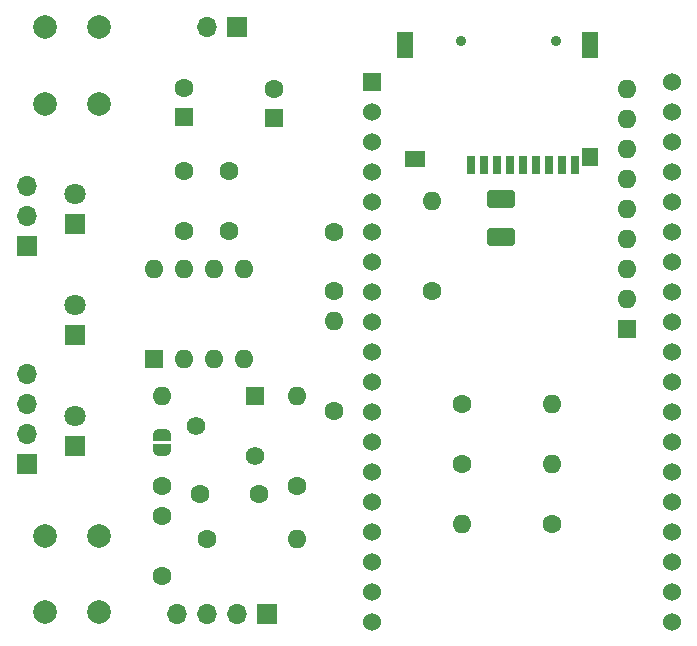
<source format=gbr>
%TF.GenerationSoftware,KiCad,Pcbnew,7.0.9*%
%TF.CreationDate,2024-01-11T23:07:39-06:00*%
%TF.ProjectId,CoCo-FujiNet-Rev0,436f436f-2d46-4756-9a69-4e65742d5265,rev?*%
%TF.SameCoordinates,Original*%
%TF.FileFunction,Soldermask,Top*%
%TF.FilePolarity,Negative*%
%FSLAX46Y46*%
G04 Gerber Fmt 4.6, Leading zero omitted, Abs format (unit mm)*
G04 Created by KiCad (PCBNEW 7.0.9) date 2024-01-11 23:07:39*
%MOMM*%
%LPD*%
G01*
G04 APERTURE LIST*
G04 Aperture macros list*
%AMRoundRect*
0 Rectangle with rounded corners*
0 $1 Rounding radius*
0 $2 $3 $4 $5 $6 $7 $8 $9 X,Y pos of 4 corners*
0 Add a 4 corners polygon primitive as box body*
4,1,4,$2,$3,$4,$5,$6,$7,$8,$9,$2,$3,0*
0 Add four circle primitives for the rounded corners*
1,1,$1+$1,$2,$3*
1,1,$1+$1,$4,$5*
1,1,$1+$1,$6,$7*
1,1,$1+$1,$8,$9*
0 Add four rect primitives between the rounded corners*
20,1,$1+$1,$2,$3,$4,$5,0*
20,1,$1+$1,$4,$5,$6,$7,0*
20,1,$1+$1,$6,$7,$8,$9,0*
20,1,$1+$1,$8,$9,$2,$3,0*%
%AMFreePoly0*
4,1,19,0.500000,-0.750000,0.000000,-0.750000,0.000000,-0.744911,-0.071157,-0.744911,-0.207708,-0.704816,-0.327430,-0.627875,-0.420627,-0.520320,-0.479746,-0.390866,-0.500000,-0.250000,-0.500000,0.250000,-0.479746,0.390866,-0.420627,0.520320,-0.327430,0.627875,-0.207708,0.704816,-0.071157,0.744911,0.000000,0.744911,0.000000,0.750000,0.500000,0.750000,0.500000,-0.750000,0.500000,-0.750000,
$1*%
%AMFreePoly1*
4,1,19,0.000000,0.744911,0.071157,0.744911,0.207708,0.704816,0.327430,0.627875,0.420627,0.520320,0.479746,0.390866,0.500000,0.250000,0.500000,-0.250000,0.479746,-0.390866,0.420627,-0.520320,0.327430,-0.627875,0.207708,-0.704816,0.071157,-0.744911,0.000000,-0.744911,0.000000,-0.750000,-0.500000,-0.750000,-0.500000,0.750000,0.000000,0.750000,0.000000,0.744911,0.000000,0.744911,
$1*%
G04 Aperture macros list end*
%ADD10FreePoly0,90.000000*%
%ADD11FreePoly1,90.000000*%
%ADD12R,1.560000X1.560000*%
%ADD13C,1.560000*%
%ADD14R,1.800000X1.800000*%
%ADD15C,1.800000*%
%ADD16R,1.700000X1.700000*%
%ADD17O,1.700000X1.700000*%
%ADD18R,1.600000X1.600000*%
%ADD19O,1.600000X1.600000*%
%ADD20C,1.600000*%
%ADD21C,2.000000*%
%ADD22R,1.530000X1.530000*%
%ADD23C,1.530000*%
%ADD24RoundRect,0.250001X-0.924999X0.499999X-0.924999X-0.499999X0.924999X-0.499999X0.924999X0.499999X0*%
%ADD25C,0.900000*%
%ADD26R,0.700000X1.600000*%
%ADD27R,1.400000X1.600000*%
%ADD28R,1.400000X2.200000*%
%ADD29R,1.800000X1.400000*%
G04 APERTURE END LIST*
D10*
%TO.C,JP1*%
X142240000Y-92202000D03*
D11*
X142240000Y-90902000D03*
%TD*%
D12*
%TO.C,RV1*%
X150114000Y-87630000D03*
D13*
X145114000Y-90130000D03*
X150114000Y-92630000D03*
%TD*%
D14*
%TO.C,D3*%
X134874000Y-91821000D03*
D15*
X134874000Y-89281000D03*
%TD*%
%TO.C,D2*%
X134874000Y-79883000D03*
D14*
X134874000Y-82423000D03*
%TD*%
%TO.C,D1*%
X134874000Y-73025000D03*
D15*
X134874000Y-70485000D03*
%TD*%
D16*
%TO.C,J4*%
X148590000Y-56388000D03*
D17*
X146050000Y-56388000D03*
%TD*%
D16*
%TO.C,J3*%
X151130000Y-106045000D03*
D17*
X148590000Y-106045000D03*
X146050000Y-106045000D03*
X143510000Y-106045000D03*
%TD*%
D16*
%TO.C,J2*%
X130810000Y-93345000D03*
D17*
X130810000Y-90805000D03*
X130810000Y-88265000D03*
X130810000Y-85725000D03*
%TD*%
D16*
%TO.C,J1*%
X130810000Y-74930000D03*
D17*
X130810000Y-72390000D03*
X130810000Y-69850000D03*
%TD*%
D18*
%TO.C,RN1*%
X181610000Y-81915000D03*
D19*
X181610000Y-79375000D03*
X181610000Y-76835000D03*
X181610000Y-74295000D03*
X181610000Y-71755000D03*
X181610000Y-69215000D03*
X181610000Y-66675000D03*
X181610000Y-64135000D03*
X181610000Y-61595000D03*
%TD*%
D18*
%TO.C,C7*%
X151765000Y-64095000D03*
D20*
X151765000Y-61595000D03*
%TD*%
D18*
%TO.C,C2*%
X144145000Y-64007380D03*
D20*
X144145000Y-61507380D03*
%TD*%
D21*
%TO.C,SW1*%
X136906000Y-56388000D03*
X136906000Y-62888000D03*
X132406000Y-56388000D03*
X132406000Y-62888000D03*
%TD*%
D19*
%TO.C,R17*%
X153670000Y-87630000D03*
D20*
X153670000Y-95250000D03*
%TD*%
%TO.C,C6*%
X147955000Y-73580000D03*
X147955000Y-68580000D03*
%TD*%
D22*
%TO.C,U2*%
X160020000Y-60970000D03*
D23*
X160020000Y-63510000D03*
X160020000Y-66050000D03*
X160020000Y-68590000D03*
X160020000Y-71130000D03*
X160020000Y-73670000D03*
X160020000Y-76210000D03*
X160020000Y-78750000D03*
X160020000Y-81290000D03*
X160020000Y-83830000D03*
X160020000Y-86370000D03*
X160020000Y-88910000D03*
X160020000Y-91450000D03*
X160020000Y-93990000D03*
X160020000Y-96530000D03*
X160020000Y-99070000D03*
X160020000Y-101610000D03*
X160020000Y-104150000D03*
X160020000Y-106690000D03*
X185420000Y-106690000D03*
X185420000Y-104150000D03*
X185420000Y-101610000D03*
X185420000Y-99070000D03*
X185420000Y-96530000D03*
X185420000Y-93990000D03*
X185420000Y-91450000D03*
X185420000Y-88910000D03*
X185420000Y-86370000D03*
X185420000Y-83830000D03*
X185420000Y-81290000D03*
X185420000Y-78750000D03*
X185420000Y-76210000D03*
X185420000Y-73670000D03*
X185420000Y-71130000D03*
X185420000Y-68590000D03*
X185420000Y-66050000D03*
X185420000Y-63510000D03*
X185420000Y-60970000D03*
%TD*%
D20*
%TO.C,R9*%
X167640000Y-93345000D03*
D19*
X175260000Y-93345000D03*
%TD*%
D20*
%TO.C,R7*%
X146050000Y-99695000D03*
D19*
X153670000Y-99695000D03*
%TD*%
D24*
%TO.C,C1*%
X170942000Y-70892000D03*
X170942000Y-74142000D03*
%TD*%
D20*
%TO.C,R11*%
X167640000Y-88265000D03*
D19*
X175260000Y-88265000D03*
%TD*%
D21*
%TO.C,SW2*%
X132406000Y-105918000D03*
X132406000Y-99418000D03*
X136906000Y-105918000D03*
X136906000Y-99418000D03*
%TD*%
D20*
%TO.C,R13*%
X165100000Y-78740000D03*
D19*
X165100000Y-71120000D03*
%TD*%
D20*
%TO.C,C4*%
X142240000Y-97790000D03*
X142240000Y-102790000D03*
%TD*%
%TO.C,C5*%
X144145000Y-68580000D03*
X144145000Y-73580000D03*
%TD*%
%TO.C,C8*%
X156845000Y-78740000D03*
X156845000Y-73740000D03*
%TD*%
D25*
%TO.C,P1*%
X175612600Y-57491800D03*
X167612600Y-57491800D03*
D26*
X168412600Y-67991800D03*
X169512600Y-67991800D03*
X170612600Y-67991800D03*
X171712600Y-67991800D03*
X172812600Y-67991800D03*
X173912600Y-67991800D03*
X175012600Y-67991800D03*
X176112600Y-67991800D03*
X177212600Y-67991800D03*
D27*
X178512600Y-67391800D03*
D28*
X178512600Y-57891800D03*
X162812600Y-57891800D03*
D29*
X163712600Y-67491800D03*
%TD*%
D20*
%TO.C,R12*%
X156845000Y-88900000D03*
D19*
X156845000Y-81280000D03*
%TD*%
%TO.C,R8*%
X142240000Y-87630000D03*
D20*
X142240000Y-95250000D03*
%TD*%
%TO.C,C3*%
X145455000Y-95885000D03*
X150455000Y-95885000D03*
%TD*%
D19*
%TO.C,U1*%
X141605000Y-76825000D03*
X144145000Y-76825000D03*
X146685000Y-76825000D03*
X149225000Y-76825000D03*
X149225000Y-84445000D03*
X146685000Y-84445000D03*
X144145000Y-84445000D03*
D18*
X141605000Y-84445000D03*
%TD*%
D19*
%TO.C,R10*%
X167640000Y-98425000D03*
D20*
X175260000Y-98425000D03*
%TD*%
M02*

</source>
